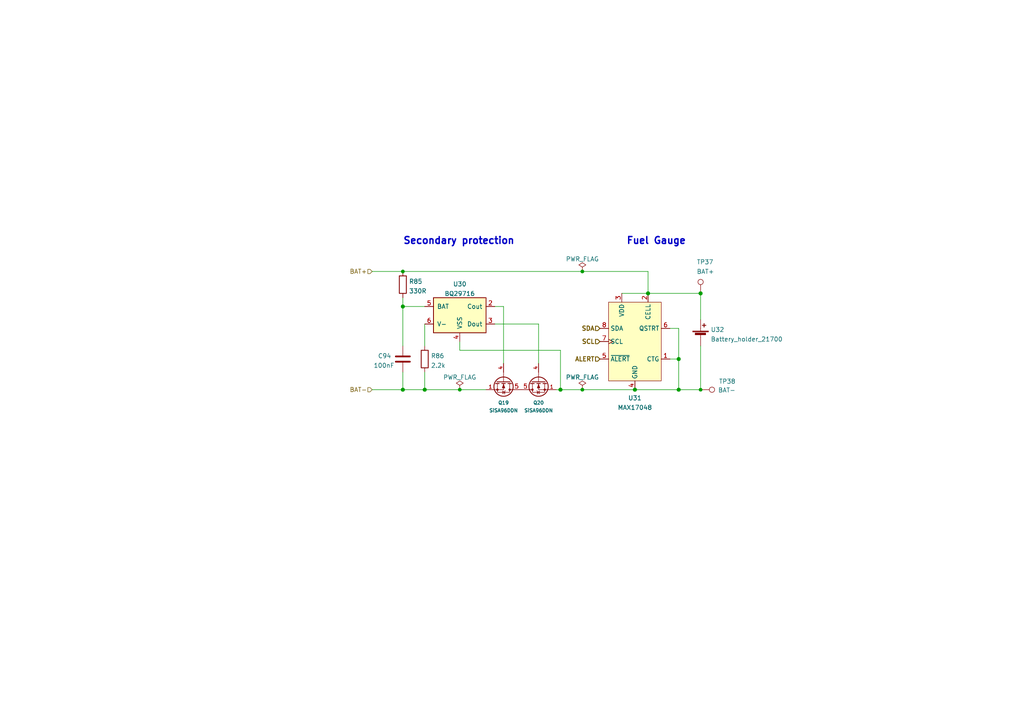
<source format=kicad_sch>
(kicad_sch (version 20210621) (generator eeschema)
  (paper "A4")
  (title_block (title "BUTCube - EPS") (date "2021-06-01") (rev "v1.0") (company "VUT - FIT(STRaDe) & FME(IAE & IPE)") (comment 1 "Author: Petr Malaník"))
  (lib_symbols
    (symbol "Battery_Management:BQ297xy" (pin_names (offset 1.016))
      (property "Reference" "U" (at -6.35 6.35 0))
      (property "Value" "BQ297xy" (at 5.08 -6.35 0))
      (symbol "BQ297xy_0_1"
        (rectangle (start -7.62 5.08) (end 7.62 -5.08) (stroke (width 0.254)) (fill (type background)))
      )
      (symbol "BQ297xy_1_1"
        (pin no_connect line (at 7.62 0 180) (length 2.54) hide (name "NC") (number "1"))
        (pin output line (at 10.16 2.54 180) (length 2.54) (name "Cout") (number "2"))
        (pin output line (at 10.16 -2.54 180) (length 2.54) (name "Dout") (number "3"))
        (pin power_in line (at 0 -7.62 90) (length 2.54) (name "VSS") (number "4"))
        (pin input line (at -10.16 2.54 0) (length 2.54) (name "BAT") (number "5"))
        (pin input line (at -10.16 -2.54 0) (length 2.54) (name "V-") (number "6"))
      )
    )
    (symbol "Connector:TestPoint" (pin_numbers hide) (pin_names (offset 0.762) hide)
      (property "Reference" "TP" (at 0 6.858 0))
      (property "Value" "TestPoint" (at 0 5.08 0))
      (symbol "TestPoint_0_1"
        (circle (center 0 3.302) (radius 0.762))
      )
      (symbol "TestPoint_1_1"
        (pin passive line (at 0 0 90) (length 2.54) (name "1") (number "1"))
      )
    )
    (symbol "Device:Battery_Cell" (pin_numbers hide) (pin_names (offset 0) hide)
      (property "Reference" "BT" (at 2.54 2.54 0))
      (property "Value" "Battery_Cell" (at 2.54 0 0))
      (symbol "Battery_Cell_0_1"
        (rectangle (start -2.286 1.778) (end 2.286 1.524) (fill (type outline)))
        (rectangle (start -1.5748 1.1938) (end 1.4732 0.6858) (fill (type outline)))
        (polyline (pts (xy 0 0.762) (xy 0 0)))
        (polyline (pts (xy 0 1.778) (xy 0 2.54)))
        (polyline (pts (xy 0.508 3.429) (xy 1.524 3.429)) (stroke (width 0.254)))
        (polyline (pts (xy 1.016 3.937) (xy 1.016 2.921)) (stroke (width 0.254)))
      )
      (symbol "Battery_Cell_1_1"
        (pin passive line (at 0 5.08 270) (length 2.54) (name "+") (number "1"))
        (pin passive line (at 0 -2.54 90) (length 2.54) (name "-") (number "2"))
      )
    )
    (symbol "Device:C" (pin_numbers hide) (pin_names (offset 0.254))
      (property "Reference" "C" (at 0.635 2.54 0))
      (property "Value" "C" (at 0.635 -2.54 0))
      (symbol "C_0_1"
        (polyline (pts (xy -2.032 -0.762) (xy 2.032 -0.762)) (stroke (width 0.508)))
        (polyline (pts (xy -2.032 0.762) (xy 2.032 0.762)) (stroke (width 0.508)))
      )
      (symbol "C_1_1"
        (pin passive line (at 0 3.81 270) (length 2.794) (name "~") (number "1"))
        (pin passive line (at 0 -3.81 90) (length 2.794) (name "~") (number "2"))
      )
    )
    (symbol "Device:R" (pin_numbers hide) (pin_names (offset 0))
      (property "Reference" "R" (at 2.032 0 90))
      (property "Value" "R" (at 0 0 90))
      (symbol "R_0_1"
        (rectangle (start -1.016 -2.54) (end 1.016 2.54) (stroke (width 0.254)))
      )
      (symbol "R_1_1"
        (pin passive line (at 0 3.81 270) (length 1.27) (name "~") (number "1"))
        (pin passive line (at 0 -3.81 90) (length 1.27) (name "~") (number "2"))
      )
    )
    (symbol "TCY_battery_management:MAX17048"
      (property "Reference" "U" (at 0 -16.51 0))
      (property "Value" "MAX17048" (at 0 -19.05 0))
      (symbol "MAX17048_0_1"
        (rectangle (start -7.62 11.43) (end 7.62 -11.43) (stroke (width 0.1524)) (fill (type background)))
      )
      (symbol "MAX17048_1_1"
        (pin passive line (at 10.16 -5.08 180) (length 2.54) (name "CTG") (number "1"))
        (pin input line (at 3.81 13.97 270) (length 2.54) (name "CELL") (number "2"))
        (pin input line (at -3.81 13.97 270) (length 2.54) (name "VDD") (number "3"))
        (pin passive line (at 0 -13.97 90) (length 2.54) (name "GND") (number "4"))
        (pin open_collector line (at -10.16 -5.08 0) (length 2.54) (name "~{ALERT}") (number "5"))
        (pin input line (at 10.16 3.81 180) (length 2.54) (name "QSTRT") (number "6"))
        (pin input clock (at -10.16 0 0) (length 2.54) (name "SCL") (number "7"))
        (pin bidirectional line (at -10.16 3.81 0) (length 2.54) (name "SDA") (number "8"))
        (pin passive line (at 0 -13.97 90) (length 2.54) hide (name "EP") (number "9"))
      )
    )
    (symbol "TCY_transistors:SiSA96DDN" (pin_names hide)
      (property "Reference" "Q" (at 7.62 1.27 0))
      (property "Value" "SiSA96DDN" (at 7.62 -1.27 0))
      (symbol "SiSA96DDN_0_1"
        (circle (center 1.651 0) (radius 2.794) (stroke (width 0.254)))
        (circle (center 2.54 -1.778) (radius 0.254) (fill (type outline)))
        (circle (center 2.54 1.778) (radius 0.254) (fill (type outline)))
        (polyline (pts (xy 0.254 0) (xy -2.54 0)))
        (polyline (pts (xy 0.254 1.905) (xy 0.254 -1.905)) (stroke (width 0.254)))
        (polyline (pts (xy 0.762 -1.27) (xy 0.762 -2.286)) (stroke (width 0.254)))
        (polyline (pts (xy 0.762 0.508) (xy 0.762 -0.508)) (stroke (width 0.254)))
        (polyline (pts (xy 0.762 2.286) (xy 0.762 1.27)) (stroke (width 0.254)))
        (polyline (pts (xy 2.54 2.54) (xy 2.54 1.778)))
        (polyline (pts (xy 2.54 2.54) (xy 2.54 1.778)))
        (polyline (pts (xy 2.54 -2.54) (xy 2.54 0) (xy 0.762 0)))
        (polyline (pts (xy 0.762 -1.778) (xy 3.302 -1.778) (xy 3.302 1.778) (xy 0.762 1.778)))
        (polyline (pts (xy 2.794 0.508) (xy 2.921 0.381) (xy 3.683 0.381) (xy 3.81 0.254)))
        (polyline (pts (xy 3.302 0.381) (xy 2.921 -0.254) (xy 3.683 -0.254) (xy 3.302 0.381)))
        (polyline (pts (xy 1.016 0) (xy 2.032 0.381) (xy 2.032 -0.381) (xy 1.016 0)) (fill (type outline)))
      )
      (symbol "SiSA96DDN_1_1"
        (pin passive line (at 2.54 -5.08 90) (length 2.54) (name "S") (number "1"))
        (pin passive line (at 2.54 -5.08 90) (length 2.54) hide (name "S") (number "2"))
        (pin passive line (at 2.54 -5.08 90) (length 2.54) hide (name "S") (number "3"))
        (pin passive line (at -5.08 0 0) (length 2.54) (name "G") (number "4"))
        (pin passive line (at 2.54 5.08 270) (length 2.54) (name "D") (number "5"))
      )
    )
    (symbol "power:PWR_FLAG" (power) (pin_numbers hide) (pin_names (offset 0) hide)
      (property "Value" "PWR_FLAG" (at 0 3.81 0))
      (symbol "PWR_FLAG_0_0"
        (pin power_out line (at 0 0 90) (length 0) (name "pwr") (number "1"))
      )
      (symbol "PWR_FLAG_0_1"
        (polyline (pts (xy 0 0) (xy 0 1.27) (xy -1.016 1.905) (xy 0 2.54) (xy 1.016 1.905) (xy 0 1.27)))
      )
    )
  )
  (junction (at 116.84 78.74) (diameter 0.9144))
  (junction (at 116.84 88.9) (diameter 1.016))
  (junction (at 116.84 113.03) (diameter 1.016))
  (junction (at 123.19 113.03) (diameter 1.016))
  (junction (at 133.35 113.03) (diameter 0.9144))
  (junction (at 162.56 113.03) (diameter 1.016))
  (junction (at 168.91 78.74) (diameter 0.9144))
  (junction (at 168.91 113.03) (diameter 0.9144))
  (junction (at 184.15 113.03) (diameter 1.016))
  (junction (at 187.96 85.09) (diameter 1.016))
  (junction (at 196.85 104.14) (diameter 1.016))
  (junction (at 196.85 113.03) (diameter 1.016))
  (junction (at 203.2 85.09) (diameter 1.016))
  (junction (at 203.2 113.03) (diameter 0.9144))
  (wire (pts (xy 107.95 78.74) (xy 116.84 78.74)))
  (wire (pts (xy 107.95 113.03) (xy 116.84 113.03)))
  (wire (pts (xy 116.84 78.74) (xy 168.91 78.74)))
  (wire (pts (xy 116.84 88.9) (xy 116.84 86.36)))
  (wire (pts (xy 116.84 88.9) (xy 116.84 100.33)))
  (wire (pts (xy 116.84 107.95) (xy 116.84 113.03)))
  (wire (pts (xy 116.84 113.03) (xy 123.19 113.03)))
  (wire (pts (xy 123.19 88.9) (xy 116.84 88.9)))
  (wire (pts (xy 123.19 93.98) (xy 123.19 100.33)))
  (wire (pts (xy 123.19 107.95) (xy 123.19 113.03)))
  (wire (pts (xy 123.19 113.03) (xy 133.35 113.03)))
  (wire (pts (xy 133.35 99.06) (xy 133.35 101.6)))
  (wire (pts (xy 133.35 101.6) (xy 162.56 101.6)))
  (wire (pts (xy 133.35 113.03) (xy 140.97 113.03)))
  (wire (pts (xy 146.05 88.9) (xy 143.51 88.9)))
  (wire (pts (xy 146.05 105.41) (xy 146.05 88.9)))
  (wire (pts (xy 156.21 93.98) (xy 143.51 93.98)))
  (wire (pts (xy 156.21 105.41) (xy 156.21 93.98)))
  (wire (pts (xy 161.29 113.03) (xy 162.56 113.03)))
  (wire (pts (xy 162.56 101.6) (xy 162.56 113.03)))
  (wire (pts (xy 162.56 113.03) (xy 168.91 113.03)))
  (wire (pts (xy 168.91 78.74) (xy 187.96 78.74)))
  (wire (pts (xy 168.91 113.03) (xy 184.15 113.03)))
  (wire (pts (xy 180.34 85.09) (xy 187.96 85.09)))
  (wire (pts (xy 184.15 113.03) (xy 196.85 113.03)))
  (wire (pts (xy 187.96 78.74) (xy 187.96 85.09)))
  (wire (pts (xy 194.31 95.25) (xy 196.85 95.25)))
  (wire (pts (xy 194.31 104.14) (xy 196.85 104.14)))
  (wire (pts (xy 196.85 95.25) (xy 196.85 104.14)))
  (wire (pts (xy 196.85 104.14) (xy 196.85 113.03)))
  (wire (pts (xy 196.85 113.03) (xy 203.2 113.03)))
  (wire (pts (xy 203.2 85.09) (xy 187.96 85.09)))
  (wire (pts (xy 203.2 92.71) (xy 203.2 85.09)))
  (wire (pts (xy 203.2 113.03) (xy 203.2 100.33)))
  (text "Secondary protection" (at 116.84 71.12 0) (effects (font (size 2 2) (thickness 0.4) bold) (justify left bottom)))
  (text "Fuel Gauge" (at 181.61 71.12 0) (effects (font (size 2 2) (thickness 0.4) bold) (justify left bottom)))
  (hierarchical_label "BAT+" (shape input) (at 107.95 78.74 180))
  (hierarchical_label "BAT-" (shape input) (at 107.95 113.03 180))
  (hierarchical_label "SDA" (shape input) (at 173.99 95.25 180) (effects (font (thickness 0.254))))
  (hierarchical_label "SCL" (shape input) (at 173.99 99.06 180) (effects (font (thickness 0.254))))
  (hierarchical_label "ALERT" (shape input) (at 173.99 104.14 180) (effects (font (thickness 0.254))))
  (symbol (lib_id "power:PWR_FLAG") (at 133.35 113.03 0)
    (property "Reference" "#FLG022" (effects hide))
    (property "Value" "PWR_FLAG" (at 133.35 109.4254 0))
  )
  (symbol (lib_id "power:PWR_FLAG") (at 168.91 78.74 0)
    (property "Reference" "#FLG023" (effects hide))
    (property "Value" "PWR_FLAG" (at 168.91 75.1354 0))
  )
  (symbol (lib_id "power:PWR_FLAG") (at 168.91 113.03 0)
    (property "Reference" "#FLG024" (effects hide))
    (property "Value" "PWR_FLAG" (at 168.91 109.4254 0))
  )
  (symbol (lib_id "Connector:TestPoint") (at 203.2 85.09 0)
    (property "Reference" "TP37" (at 202.0571 75.99 0) (effects (justify left)))
    (property "Value" "BAT+" (at 202.0571 78.7651 0) (effects (justify left)))
    (property "Footprint" "TCY_connectors:TestPoint_Pad_D0.5mm" (effects hide))
  )
  (symbol (lib_id "Connector:TestPoint") (at 203.2 113.03 270)
    (property "Reference" "TP38" (at 208.49 110.6171 90) (effects (justify left)))
    (property "Value" "BAT-" (at 208.2549 113.1571 90) (effects (justify left)))
    (property "Footprint" "TCY_connectors:TestPoint_Pad_D0.5mm" (effects hide))
  )
  (symbol (lib_id "Device:R") (at 116.84 82.55 0)
    (property "Reference" "R85" (at 118.6181 81.6415 0) (effects (justify left)))
    (property "Value" "330R" (at 118.6181 84.4166 0) (effects (justify left)))
    (property "Footprint" "TCY_passives:R_0603_1608Metric" (effects hide))
  )
  (symbol (lib_id "Device:R") (at 123.19 104.14 0)
    (property "Reference" "R86" (at 124.9681 103.2315 0) (effects (justify left)))
    (property "Value" "2.2k" (at 124.9681 106.0066 0) (effects (justify left)))
    (property "Footprint" "TCY_passives:R_0603_1608Metric" (effects hide))
  )
  (symbol (lib_id "Device:C") (at 116.84 104.14 0)
    (property "Reference" "C94" (at 109.6011 103.2315 0) (effects (justify left)))
    (property "Value" "100nF" (at 108.3311 106.0066 0) (effects (justify left)))
    (property "Footprint" "TCY_passives:C_0603_1608Metric" (effects hide))
  )
  (symbol (lib_id "Device:Battery_Cell") (at 203.2 97.79 0)
    (property "Reference" "U32" (at 206.1211 95.6115 0) (effects (justify left)))
    (property "Value" "Battery_holder_21700" (at 206.1211 98.3866 0) (effects (justify left)))
    (property "Footprint" "TCY_connectors:Keystone_1121" (effects hide))
  )
  (symbol (lib_id "TCY_transistors:SiSA96DDN") (at 146.05 110.49 270)
    (property "Reference" "Q19" (at 146.05 116.8166 90) (effects (font (size 1 1))))
    (property "Value" "SiSA96DDN" (at 146.05 119.0556 90) (effects (font (size 1 1))))
    (property "Footprint" "Package_SO:Vishay_PowerPAK_1212-8_Single" (effects hide))
    (property "Datasheet" "https://www.vishay.com/docs/75285/sisa96dn.pdf" (effects hide))
  )
  (symbol (lib_id "TCY_transistors:SiSA96DDN") (at 156.21 110.49 90) (mirror x)
    (property "Reference" "Q20" (at 156.21 116.8166 90) (effects (font (size 1 1))))
    (property "Value" "SiSA96DDN" (at 156.21 119.0556 90) (effects (font (size 1 1))))
    (property "Footprint" "Package_SO:Vishay_PowerPAK_1212-8_Single" (effects hide))
    (property "Datasheet" "https://www.vishay.com/docs/75285/sisa96dn.pdf" (effects hide))
  )
  (symbol (lib_id "Battery_Management:BQ297xy") (at 133.35 91.44 0)
    (property "Reference" "U30" (at 133.35 82.3934 0))
    (property "Value" "BQ29716" (at 133.35 85.1685 0))
    (property "Footprint" "Package_SON:WSON-6_1.5x1.5mm_P0.5mm" (effects hide))
    (property "Datasheet" "http://www.ti.com/lit/ds/symlink/bq2970.pdf" (effects hide))
  )
  (symbol (lib_id "TCY_battery_management:MAX17048") (at 184.15 99.06 0)
    (property "Reference" "U31" (at 184.15 115.4336 0))
    (property "Value" "MAX17048" (at 184.15 118.2087 0))
    (property "Footprint" "Package_DFN_QFN:DFN-8-1EP_2x2mm_P0.5mm_EP1.05x1.75mm" (effects hide))
    (property "Datasheet" "https://datasheets.maximintegrated.com/en/ds/MAX17048-MAX17049.pdf" (effects hide))
  )
)
</source>
